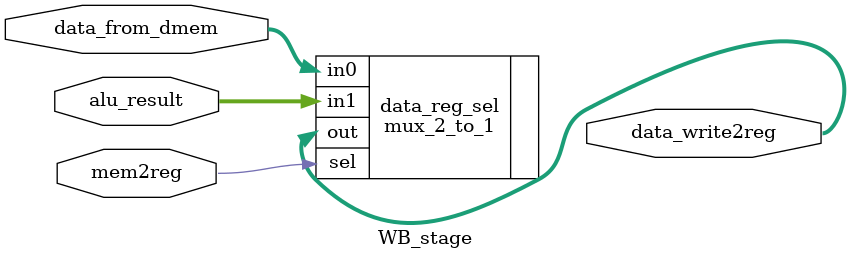
<source format=v>
module WB_stage (
    input               mem2reg,
    input       [31:0]  data_from_dmem,
    input       [31:0]  alu_result,

    output      [31:0]  data_write2reg
);

    mux_2_to_1 #(32) data_reg_sel (
        .in0(data_from_dmem),
        .in1(alu_result),
        .sel(mem2reg),

        .out(data_write2reg)
    );

endmodule
</source>
